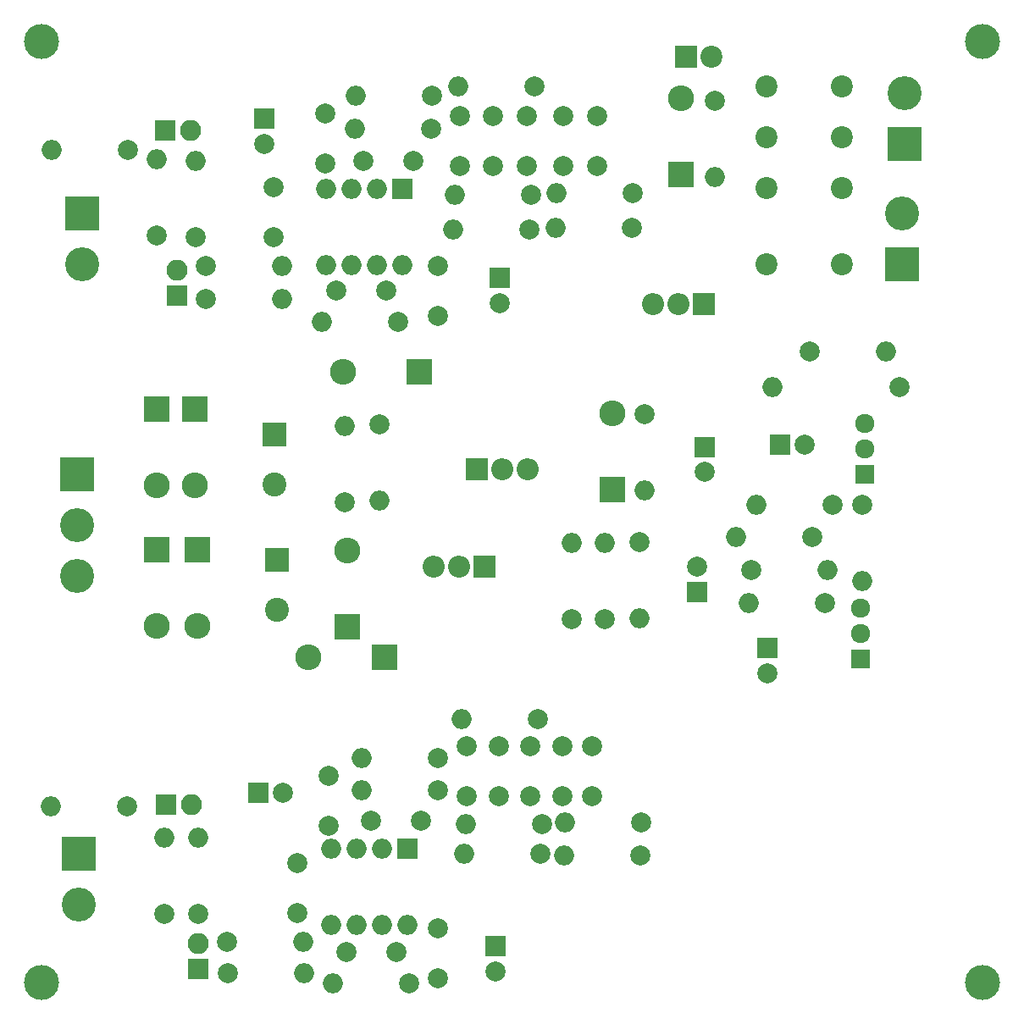
<source format=gbr>
G04 #@! TF.FileFunction,Soldermask,Top*
%FSLAX46Y46*%
G04 Gerber Fmt 4.6, Leading zero omitted, Abs format (unit mm)*
G04 Created by KiCad (PCBNEW 4.0.7) date 10/31/20 00:15:01*
%MOMM*%
%LPD*%
G01*
G04 APERTURE LIST*
%ADD10C,0.100000*%
%ADD11R,2.400000X2.400000*%
%ADD12C,2.400000*%
%ADD13C,2.000000*%
%ADD14R,2.000000X2.000000*%
%ADD15R,2.600000X2.600000*%
%ADD16O,2.600000X2.600000*%
%ADD17R,2.200000X2.200000*%
%ADD18C,2.200000*%
%ADD19R,3.400000X3.400000*%
%ADD20C,3.400000*%
%ADD21R,2.100000X2.100000*%
%ADD22O,2.100000X2.100000*%
%ADD23O,2.200000X2.200000*%
%ADD24O,2.000000X2.000000*%
%ADD25C,1.920000*%
%ADD26R,1.920000X1.920000*%
%ADD27C,3.500000*%
G04 APERTURE END LIST*
D10*
D11*
X80250000Y-79250000D03*
D12*
X80250000Y-84250000D03*
D11*
X80500000Y-91750000D03*
D12*
X80500000Y-96750000D03*
D13*
X80200000Y-59500000D03*
X80200000Y-54500000D03*
D14*
X123250000Y-80500000D03*
D13*
X123250000Y-83000000D03*
D14*
X122500000Y-95000000D03*
D13*
X122500000Y-92500000D03*
D14*
X102800000Y-63600000D03*
D13*
X102800000Y-66100000D03*
X96600000Y-62400000D03*
X96600000Y-67400000D03*
D14*
X129500000Y-100600000D03*
D13*
X129500000Y-103100000D03*
X85300000Y-47200000D03*
X85300000Y-52200000D03*
D14*
X79200000Y-47700000D03*
D13*
X79200000Y-50200000D03*
D14*
X130750000Y-80250000D03*
D13*
X133250000Y-80250000D03*
X105500000Y-47400000D03*
X105500000Y-52400000D03*
X102100000Y-47400000D03*
X102100000Y-52400000D03*
X98800000Y-47400000D03*
X98800000Y-52400000D03*
X112500000Y-47400000D03*
X112500000Y-52400000D03*
X109100000Y-47400000D03*
X109100000Y-52400000D03*
D15*
X91250000Y-101500000D03*
D16*
X83630000Y-101500000D03*
D15*
X68500000Y-76750000D03*
D16*
X68500000Y-84370000D03*
D15*
X68500000Y-90750000D03*
D16*
X68500000Y-98370000D03*
D15*
X94750000Y-73000000D03*
D16*
X87130000Y-73000000D03*
D15*
X72250000Y-76750000D03*
D16*
X72250000Y-84370000D03*
D15*
X72500000Y-90750000D03*
D16*
X72500000Y-98370000D03*
D15*
X114000000Y-84750000D03*
D16*
X114000000Y-77130000D03*
D15*
X87500000Y-98500000D03*
D16*
X87500000Y-90880000D03*
D15*
X120900000Y-53300000D03*
D16*
X120900000Y-45680000D03*
D17*
X121400000Y-41500000D03*
D18*
X123940000Y-41500000D03*
D19*
X60500000Y-83250000D03*
D20*
X60500000Y-88330000D03*
X60500000Y-93410000D03*
D19*
X61000000Y-57200000D03*
D20*
X61000000Y-62280000D03*
D21*
X70500000Y-65400000D03*
D22*
X70500000Y-62860000D03*
D21*
X69300000Y-48900000D03*
D22*
X71840000Y-48900000D03*
D17*
X123200000Y-66200000D03*
D23*
X120660000Y-66200000D03*
X118120000Y-66200000D03*
D13*
X65600000Y-50800000D03*
D24*
X57980000Y-50800000D03*
D13*
X72400000Y-59500000D03*
D24*
X72400000Y-51880000D03*
D13*
X87250000Y-86000000D03*
D24*
X87250000Y-78380000D03*
D13*
X110000000Y-97750000D03*
D24*
X110000000Y-90130000D03*
D13*
X90750000Y-78250000D03*
D24*
X90750000Y-85870000D03*
D13*
X113250000Y-97750000D03*
D24*
X113250000Y-90130000D03*
D13*
X68500000Y-59400000D03*
D24*
X68500000Y-51780000D03*
D13*
X117250000Y-77250000D03*
D24*
X117250000Y-84870000D03*
D13*
X116750000Y-90000000D03*
D24*
X116750000Y-97620000D03*
D13*
X73400000Y-62400000D03*
D24*
X81020000Y-62400000D03*
D13*
X73400000Y-65700000D03*
D24*
X81020000Y-65700000D03*
D13*
X134000000Y-89500000D03*
D24*
X126380000Y-89500000D03*
D13*
X135300000Y-96100000D03*
D24*
X127680000Y-96100000D03*
D13*
X92600000Y-68000000D03*
D24*
X84980000Y-68000000D03*
D13*
X136000000Y-86250000D03*
D24*
X128380000Y-86250000D03*
D13*
X127900000Y-92800000D03*
D24*
X135520000Y-92800000D03*
D13*
X105700000Y-58800000D03*
D24*
X98080000Y-58800000D03*
D13*
X139000000Y-86250000D03*
D24*
X139000000Y-93870000D03*
D13*
X105900000Y-55300000D03*
D24*
X98280000Y-55300000D03*
D13*
X133750000Y-71000000D03*
D24*
X141370000Y-71000000D03*
D13*
X116000000Y-58600000D03*
D24*
X108380000Y-58600000D03*
D13*
X116100000Y-55100000D03*
D24*
X108480000Y-55100000D03*
D13*
X124300000Y-45900000D03*
D24*
X124300000Y-53520000D03*
D13*
X96000000Y-45400000D03*
D24*
X88380000Y-45400000D03*
D13*
X95900000Y-48700000D03*
D24*
X88280000Y-48700000D03*
D18*
X129400000Y-54660000D03*
X129400000Y-44500000D03*
X129400000Y-49580000D03*
X137000000Y-49580000D03*
X137000000Y-54660000D03*
X137000000Y-44500000D03*
X129400000Y-62280000D03*
X137000000Y-62280000D03*
D17*
X100500000Y-82750000D03*
D23*
X103040000Y-82750000D03*
X105580000Y-82750000D03*
D17*
X101250000Y-92500000D03*
D23*
X98710000Y-92500000D03*
X96170000Y-92500000D03*
D14*
X93000000Y-54700000D03*
D24*
X85380000Y-62320000D03*
X90460000Y-54700000D03*
X87920000Y-62320000D03*
X87920000Y-54700000D03*
X90460000Y-62320000D03*
X85380000Y-54700000D03*
X93000000Y-62320000D03*
D25*
X138800000Y-99160000D03*
X138800000Y-96620000D03*
D26*
X138800000Y-101700000D03*
D25*
X139250000Y-80710000D03*
X139250000Y-78170000D03*
D26*
X139250000Y-83250000D03*
D13*
X142750000Y-74500000D03*
D24*
X130050000Y-74500000D03*
D13*
X82500000Y-127100000D03*
X82500000Y-122100000D03*
D14*
X102300000Y-130400000D03*
D13*
X102300000Y-132900000D03*
X96600000Y-128600000D03*
X96600000Y-133600000D03*
X85700000Y-113400000D03*
X85700000Y-118400000D03*
D14*
X78600000Y-115100000D03*
D13*
X81100000Y-115100000D03*
X99500000Y-110400000D03*
X99500000Y-115400000D03*
X102700000Y-110400000D03*
X102700000Y-115400000D03*
X105800000Y-110400000D03*
X105800000Y-115400000D03*
X109000000Y-110400000D03*
X109000000Y-115400000D03*
X112000000Y-110400000D03*
X112000000Y-115400000D03*
D19*
X60700000Y-121200000D03*
D20*
X60700000Y-126280000D03*
D19*
X143000000Y-62250000D03*
D20*
X143000000Y-57170000D03*
D19*
X143250000Y-50250000D03*
D20*
X143250000Y-45170000D03*
D21*
X72600000Y-132700000D03*
D22*
X72600000Y-130160000D03*
D21*
X69400000Y-116300000D03*
D22*
X71940000Y-116300000D03*
D13*
X65500000Y-116400000D03*
D24*
X57880000Y-116400000D03*
D13*
X72600000Y-127200000D03*
D24*
X72600000Y-119580000D03*
D13*
X69200000Y-127200000D03*
D24*
X69200000Y-119580000D03*
D13*
X75500000Y-130000000D03*
D24*
X83120000Y-130000000D03*
D13*
X75600000Y-133100000D03*
D24*
X83220000Y-133100000D03*
D13*
X93700000Y-134100000D03*
D24*
X86080000Y-134100000D03*
D13*
X106800000Y-121200000D03*
D24*
X99180000Y-121200000D03*
D13*
X107000000Y-118200000D03*
D24*
X99380000Y-118200000D03*
D13*
X116800000Y-121300000D03*
D24*
X109180000Y-121300000D03*
D13*
X116900000Y-118000000D03*
D24*
X109280000Y-118000000D03*
D13*
X96600000Y-111600000D03*
D24*
X88980000Y-111600000D03*
D13*
X96600000Y-114800000D03*
D24*
X88980000Y-114800000D03*
D14*
X93500000Y-120700000D03*
D24*
X85880000Y-128320000D03*
X90960000Y-120700000D03*
X88420000Y-128320000D03*
X88420000Y-120700000D03*
X90960000Y-128320000D03*
X85880000Y-120700000D03*
X93500000Y-128320000D03*
D13*
X106200000Y-44500000D03*
D24*
X98580000Y-44500000D03*
D13*
X106600000Y-107700000D03*
D24*
X98980000Y-107700000D03*
D13*
X86400000Y-64900000D03*
X91400000Y-64900000D03*
X87400000Y-131000000D03*
X92400000Y-131000000D03*
X89100000Y-51900000D03*
X94100000Y-51900000D03*
X89900000Y-117900000D03*
X94900000Y-117900000D03*
D27*
X151000000Y-134000000D03*
X57000000Y-134000000D03*
X57000000Y-40000000D03*
X151000000Y-40000000D03*
M02*

</source>
